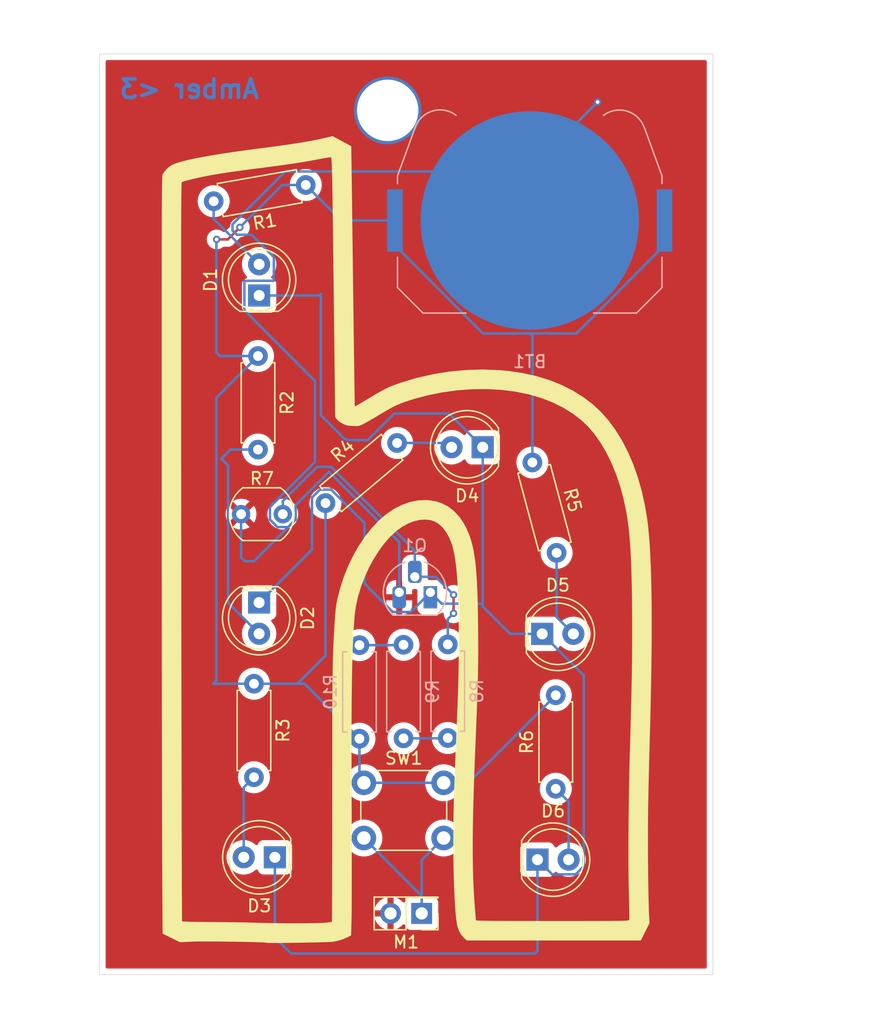
<source format=kicad_pcb>
(kicad_pcb (version 20240108) (generator "pcbnew") (generator_version "8.0")
  (layers (0 "F.Cu" signal) (31 "B.Cu" signal) (34 "B.Paste" user) (35 "F.Paste" user) (36 "B.SilkS" user "B.Silkscreen") (37 "F.SilkS" user "F.Silkscreen") (38 "B.Mask" user) (39 "F.Mask" user) (44 "Edge.Cuts" user))
  (net 0 "")
  (net 1 "Net-(BT1-+)")
  (net 2 "Net-(BT1--)")
  (net 3 "Net-(D1-A)")
  (net 4 "Net-(D1-K)")
  (net 5 "Net-(D2-A)")
  (net 6 "Net-(D3-A)")
  (net 7 "Net-(D4-A)")
  (net 8 "Net-(D5-A)")
  (net 9 "Net-(D6-A)")
  (net 10 "Net-(M1-+)")
  (net 11 "Net-(Q1-B)")
  (net 12 "Net-(R8-Pad1)")
  (net 13 "Net-(R10-Pad1)")
  (footprint "Resistor_THT:R_Axial_DIN0207_L6.3mm_D2.5mm_P7.62mm_Horizontal" (layer "F.Cu") (at 63.42 79.57 90)
    (property "Reference" "R6" (at 3.81 -2.37 90) (layer "F.SilkS"))
    (property "Value" "R")
    (fp_line (start 7.08 -1.37) (end 7.08 -1.04) (stroke (width 0.12)) (layer "F.SilkS"))
    (fp_line (start 0.54 -1.37) (end 7.08 -1.37) (stroke (width 0.12)) (layer "F.SilkS"))
    (fp_line (start 0.54 -1.04) (end 0.54 -1.37) (stroke (width 0.12)) (layer "F.SilkS"))
    (fp_line (start 0.54 1.04) (end 0.54 1.37) (stroke (width 0.12)) (layer "F.SilkS"))
    (fp_line (start 7.08 1.37) (end 7.08 1.04) (stroke (width 0.12)) (layer "F.SilkS"))
    (fp_line (start 0.54 1.37) (end 7.08 1.37) (stroke (width 0.12)) (layer "F.SilkS"))
    (pad "1" thru_hole circle (at 0 0 90) (size 1.6 1.6) (drill 0.8) (layers "*.Cu" "*.Mask") (net 9 "Net-(D6-A)"))
    (pad "2" thru_hole oval (at 7.62 0 90) (size 1.6 1.6) (drill 0.8) (layers "*.Cu" "*.Mask") (net 1 "Net-(BT1-+)"))
  )
  (footprint "Button_Switch_THT:SW_PUSH_6mm" (layer "F.Cu") (at 47.78 79.08)
    (property "Reference" "SW1" (at 3.25 -2 360) (layer "F.SilkS"))
    (property "Value" "SW_Push")
    (fp_line (start -0.25 1.5) (end -0.25 3) (stroke (width 0.12)) (layer "F.SilkS"))
    (fp_line (start 1 5.5) (end 5.5 5.5) (stroke (width 0.12)) (layer "F.SilkS"))
    (fp_line (start 5.5 -1) (end 1 -1) (stroke (width 0.12)) (layer "F.SilkS"))
    (fp_line (start 6.75 3) (end 6.75 1.5) (stroke (width 0.12)) (layer "F.SilkS"))
    (pad "1" thru_hole circle (at 0 0 90) (size 2 2) (drill 1.1) (layers "*.Cu" "*.Mask") (net 1 "Net-(BT1-+)"))
    (pad "1" thru_hole circle (at 6.5 0 90) (size 2 2) (drill 1.1) (layers "*.Cu" "*.Mask") (net 1 "Net-(BT1-+)"))
    (pad "2" thru_hole circle (at 0 4.5 90) (size 2 2) (drill 1.1) (layers "*.Cu" "*.Mask") (net 10 "Net-(M1-+)"))
    (pad "2" thru_hole circle (at 6.5 4.5 90) (size 2 2) (drill 1.1) (layers "*.Cu" "*.Mask") (net 10 "Net-(M1-+)"))
  )
  (footprint "LOGO" (layer "F.Cu") (at 51.24 59.27)
    (property "Reference" "G***" (hide yes))
    (property "Value" "LOGO" (hide yes))
    (fp_poly (pts (xy -5.255358 -32.45602) (xy -5.008317 -32.322425) (xy -4.794084 -32.20646) (xy -4.626938 -32.115862) (xy -4.521157 -32.05837) (xy -4.490198 -32.041342) (xy -4.488789 -31.991862) (xy -4.486203 -31.847539) (xy -4.482503 -31.612935) (xy -4.47775 -31.292614) (xy -4.472004 -30.891136) (xy -4.465326 -30.413066) (xy -4.457778 -29.862965) (xy -4.449421 -29.245395) (xy -4.440315 -28.56492) (xy -4.430523 -27.8261) (xy -4.420104 -27.0335) (xy -4.40912 -26.191681) (xy -4.397632 -25.305205) (xy -4.385701 -24.378636) (xy -4.373388 -23.416535) (xy -4.360754 -22.423464) (xy -4.34842 -21.448336) (xy -4.335502 -20.429735) (xy -4.32278 -19.437646) (xy -4.310321 -18.476637) (xy -4.298187 -17.551277) (xy -4.286443 -16.666136) (xy -4.275153 -15.825781) (xy -4.264382 -15.034781) (xy -4.254193 -14.297706) (xy -4.244652 -13.619124) (xy -4.235821 -13.003602) (xy -4.227765 -12.455711) (xy -4.22055 -11.980019) (xy -4.214237 -11.581094) (xy -4.208893 -11.263506) (xy -4.204581 -11.031822) (xy -4.201365 -10.890612) (xy -4.199376 -10.844416) (xy -4.154496 -10.864614) (xy -4.035854 -10.929925) (xy -3.854656 -11.033852) (xy -3.622106 -11.169895) (xy -3.349408 -11.331557) (xy -3.048787 -11.511725) (xy -2.631941 -11.761297) (xy -2.28276 -11.965833) (xy -1.984853 -12.133374) (xy -1.721827 -12.271963) (xy -1.477289 -12.38964) (xy -1.234848 -12.494447) (xy -0.978112 -12.594427) (xy -0.690689 -12.697621) (xy -0.492136 -12.765975) (xy 0.807671 -13.158675) (xy 2.143214 -13.465211) (xy 3.502029 -13.684198) (xy 4.87165 -13.814253) (xy 6.239614 -13.853992) (xy 7.593454 -13.80203) (xy 8.275427 -13.739667) (xy 9.457948 -13.568131) (xy 10.581756 -13.320395) (xy 11.645287 -12.997072) (xy 12.646981 -12.598776) (xy 13.585277 -12.126122) (xy 14.458612 -11.579723) (xy 15.195946 -11.018622) (xy 15.860805 -10.402643) (xy 16.482861 -9.700572) (xy 17.059895 -8.917069) (xy 17.589687 -8.056793) (xy 18.070017 -7.124404) (xy 18.498666 -6.124562) (xy 18.873414 -5.061927) (xy 19.192041 -3.941159) (xy 19.452328 -2.766917) (xy 19.628463 -1.713364) (xy 19.712464 -1.038846) (xy 19.78573 -0.265533) (xy 19.848263 0.606578) (xy 19.900063 1.577488) (xy 19.941129 2.647203) (xy 19.971461 3.815723) (xy 19.991059 5.083053) (xy 19.999925 6.449196) (xy 19.998056 7.914154) (xy 19.985455 9.47793) (xy 19.962119 11.140528) (xy 19.928051 12.90195) (xy 19.883249 14.7622) (xy 19.858855 15.657534) (xy 19.82757 16.784061) (xy 19.799879 17.82008) (xy 19.775656 18.774427) (xy 19.754773 19.655939) (xy 19.737102 20.47345) (xy 19.722516 21.235797) (xy 19.710887 21.951815) (xy 19.702088 22.630341) (xy 19.695992 23.280209) (xy 19.692469 23.910256) (xy 19.691394 24.529317) (xy 19.692639 25.146228) (xy 19.696075 25.769825) (xy 19.701576 26.408944) (xy 19.702436 26.493542) (xy 19.708961 27.068877) (xy 19.716514 27.636899) (xy 19.72487 28.185972) (xy 19.733801 28.704455) (xy 19.743084 29.18071) (xy 19.752491 29.603099) (xy 19.761799 29.959982) (xy 19.77078 30.23972) (xy 19.778504 30.417888) (xy 19.822505 31.23558) (xy 19.468113 31.946362) (xy 19.113722 32.657143) (xy 12.024329 32.657143) (xy 4.934935 32.657143) (xy 4.715009 32.463557) (xy 4.46253 32.178236) (xy 4.266702 31.822221) (xy 4.153799 31.483813) (xy 4.108286 31.249004) (xy 4.064788 30.923112) (xy 4.023704 30.514457) (xy 3.985434 30.031355) (xy 3.950377 29.482126) (xy 3.918932 28.875087) (xy 3.8915 28.218555) (xy 3.868478 27.520849) (xy 3.850267 26.790287) (xy 3.837267 26.035187) (xy 3.829876 25.263866) (xy 3.828252 24.70411) (xy 3.82873 24.215903) (xy 3.830372 23.754628) (xy 3.833432 23.310902) (xy 3.838165 22.875343) (xy 3.844824 22.438569) (xy 3.853664 21.991199) (xy 3.864938 21.52385) (xy 3.878901 21.027142) (xy 3.895806 20.491691) (xy 3.915907 19.908116) (xy 3.939459 19.267036) (xy 3.966715 18.559069) (xy 3.997929 17.774832) (xy 4.033356 16.904943) (xy 4.050961 16.477691) (xy 4.087689 15.584257) (xy 4.120219 14.780816) (xy 4.148798 14.058046) (xy 4.173678 13.406625) (xy 4.195107 12.817234) (xy 4.213335 12.280551) (xy 4.228611 11.787255) (xy 4.241186 11.328025) (xy 4.251308 10.89354) (xy 4.259226 10.474478) (xy 4.265192 10.061519) (xy 4.269453 9.645342) (xy 4.27226 9.216626) (xy 4.273861 8.766049) (xy 4.274507 8.28429) (xy 4.274553 8.124715) (xy 4.270379 7.006996) (xy 4.257457 5.984096) (xy 4.235472 5.051783) (xy 4.204109 4.205822) (xy 4.163054 3.441979) (xy 4.111991 2.75602) (xy 4.050605 2.14371) (xy 3.978582 1.600816) (xy 3.895607 1.123104) (xy 3.801363 0.706338) (xy 3.696094 0.347945) (xy 3.487325 -0.172475) (xy 3.234905 -0.623381) (xy 2.944219 -0.997541) (xy 2.62065 -1.287722) (xy 2.361528 -1.444964) (xy 1.976266 -1.580556) (xy 1.552093 -1.632092) (xy 1.099241 -1.601932) (xy 0.627946 -1.492436) (xy 0.14844 -1.305964) (xy -0.329041 -1.044874) (xy -0.784241 -0.719618) (xy -1.283037 -0.26548) (xy -1.763993 0.274408) (xy -2.22076 0.88705) (xy -2.646991 1.55945) (xy -3.036338 2.278612) (xy -3.382453 3.03154) (xy -3.678987 3.805239) (xy -3.919593 4.586711) (xy -4.097923 5.362961) (xy -4.207629 6.120993) (xy -4.224919 6.324458) (xy -4.257327 6.796139) (xy -4.287035 7.266832) (xy -4.31413 7.741924) (xy -4.338695 8.226803) (xy -4.360816 8.726856) (xy -4.380576 9.247469) (xy -4.39806 9.79403) (xy -4.413353 10.371927) (xy -4.426539 10.986546) (xy -4.437704 11.643275) (xy -4.446931 12.347501) (xy -4.454305 13.104611) (xy -4.459911 13.919992) (xy -4.463834 14.799031) (xy -4.466157 15.747116) (xy -4.466966 16.769634) (xy -4.466345 17.871973) (xy -4.464378 19.059518) (xy -4.461151 20.337658) (xy -4.458483 21.199804) (xy -4.455674 22.125131) (xy -4.453354 23.038175) (xy -4.45152 23.932594) (xy -4.450166 24.802047) (xy -4.449289 25.640191) (xy -4.448884 26.440683) (xy -4.448948 27.197181) (xy -4.449476 27.903343) (xy -4.450464 28.552827) (xy -4.451907 29.13929) (xy -4.453803 29.656389) (xy -4.456146 30.097783) (xy -4.458932 30.457129) (xy -4.462158 30.728085) (xy -4.464817 30.86762) (xy -4.498435 32.234457) (xy -4.746967 32.370054) (xy -5.212338 32.574418) (xy -5.741226 32.717286) (xy -5.989629 32.759203) (xy -6.101983 32.768883) (xy -6.295672 32.778839) (xy -6.559547 32.788896) (xy -6.882457 32.798884) (xy -7.25325 32.80863) (xy -7.660777 32.817962) (xy -8.093886 32.826709) (xy -8.541427 32.834697) (xy -8.992249 32.841755) (xy -9.435203 32.847711) (xy -9.859136 32.852393) (xy -10.252898 32.855629) (xy -10.60534 32.857246) (xy -10.905309 32.857073) (xy -11.141656 32.854937) (xy -11.30323 32.850667) (xy -11.37888 32.84409) (xy -11.382779 32.842426) (xy -11.442089 32.831398) (xy -11.590354 32.820208) (xy -11.817114 32.809022) (xy -12.111912 32.798004) (xy -12.464291 32.787319) (xy -12.863791 32.777132) (xy -13.299955 32.76761) (xy -13.762324 32.758917) (xy -14.240441 32.751217) (xy -14.723848 32.744678) (xy -15.202085 32.739463) (xy -15.664696 32.735738) (xy -16.101221 32.733668) (xy -16.501204 32.733419) (xy -16.854185 32.735154) (xy -17.149707 32.739041) (xy -17.377312 32.745244) (xy -17.419854 32.747057) (xy -18.461431 32.795687) (xy -19.164579 32.445101) (xy -19.867728 32.094515) (xy -19.899711 27.094518) (xy -19.90175 26.726979) (xy -19.903789 26.263751) (xy -19.905824 25.708555) (xy -19.907849 25.065114) (xy -19.909861 24.337151) (xy -19.911853 23.528388) (xy -19.913821 22.64255) (xy -19.91576 21.683357) (xy -19.917665 20.654533) (xy -19.919532 19.5598) (xy -19.921355 18.402882) (xy -19.92313 17.187501) (xy -19.924852 15.917379) (xy -19.926515 14.59624) (xy -19.928116 13.227806) (xy -19.929648 11.815799) (xy -19.931108 10.363944) (xy -19.93249 8.875961) (xy -19.93379 7.355575) (xy -19.935002 5.806507) (xy -19.936121 4.23248) (xy -19.937144 2.637218) (xy -19.938064 1.024442) (xy -19.938878 -0.602124) (xy -19.939579 -2.238757) (xy -19.940115 -3.727984) (xy -19.940724 -5.651562) (xy -19.94126 -7.478223) (xy -19.941717 -9.210463) (xy -19.942088 -10.850776) (xy -19.942365 -12.401659) (xy -19.942543 -13.865607) (xy -19.942614 -15.245115) (xy -19.942571 -16.54268) (xy -19.942409 -17.760797) (xy -19.94221 -18.542676) (xy -18.357621 -18.542676) (xy -18.357466 -17.415742) (xy -18.357139 -16.214572) (xy -18.356644 -14.936937) (xy -18.355983 -13.580608) (xy -18.35516 -12.143358) (xy -18.354179 -10.622956) (xy -18.353041 -9.017175) (xy -18.351751 -7.323786) (xy -18.350312 -5.54056) (xy -18.348727 -3.665269) (xy -18.346998 -1.695684) (xy -18.345129 0.370425) (xy -18.344549 1.002416) (xy -18.342893 2.726988) (xy -18.341133 4.426882) (xy -18.339273 6.099388) (xy -18.337321 7.741793) (xy -18.335282 9.351388) (xy -18.333163 10.92546) (xy -18.330969 12.461299) (xy -18.328706 13.956194) (xy -18.326381 15.407434) (xy -18.324 16.812307) (xy -18.321568 18.168103) (xy -18.319093 19.472111) (xy -18.316579 20.721619) (xy -18.314033 21.913916) (xy -18.311461 23.046292) (xy -18.308869 24.116035) (xy -18.306263 25.120435) (xy -18.30365 26.05678) (xy -18.301035 26.922358) (xy -18.298424 27.714461) (xy -18.295824 28.430375) (xy -18.29324 29.06739) (xy -18.290679 29.622795) (xy -18.288146 30.093879) (xy -18.285649 30.477931) (xy -18.283192 30.77224) (xy -18.280782 30.974094) (xy -18.278425 31.080784) (xy -18.277115 31.097969) (xy -18.221002 31.106057) (xy -18.075118 31.114157) (xy -17.849108 31.12206) (xy -17.552614 31.129559) (xy -17.195278 31.136448) (xy -16.786744 31.142519) (xy -16.336654 31.147565) (xy -15.854651 31.151378) (xy -15.766939 31.151908) (xy -15.238143 31.155714) (xy -14.704911 31.160965) (xy -14.182477 31.167415) (xy -13.686076 31.17482) (xy -13.230945 31.182936) (xy -12.832318 31.191519) (xy -12.50543 31.200322) (xy -12.302349 31.207504) (xy -11.931596 31.220454) (xy -11.499858 31.231355) (xy -11.020953 31.240185) (xy -10.508698 31.246926) (xy -9.97691 31.251557) (xy -9.439407 31.254058) (xy -8.910005 31.254408) (xy -8.402522 31.252588) (xy -7.930776 31.248577) (xy -7.508584 31.242356) (xy -7.149764 31.233904) (xy -6.868131 31.223201) (xy -6.740766 31.215605) (xy -6.4983 31.195801) (xy -6.293028 31.175132) (xy -6.144617 31.155862) (xy -6.072736 31.140255) (xy -6.069729 31.13833) (xy -6.066768 31.086397) (xy -6.063885 30.939688) (xy -6.061095 30.702839) (xy -6.05841 30.380485) (xy -6.055846 29.977262) (xy -6.053414 29.497807) (xy -6.051129 28.946755) (xy -6.049004 28.328744) (xy -6.047054 27.648408) (xy -6.045291 26.910384) (xy -6.043729 26.119309) (xy -6.042382 25.279818) (xy -6.041263 24.396547) (xy -6.040387 23.474132) (xy -6.039766 22.51721) (xy -6.039414 21.530417) (xy -6.039335 20.785561) (xy -6.0393 19.561511) (xy -6.039147 18.431728) (xy -6.038803 17.391067) (xy -6.038197 16.434382) (xy -6.037256 15.556528) (xy -6.035907 14.752358) (xy -6.034079 14.016727) (xy -6.031699 13.34449) (xy -6.028695 12.7305) (xy -6.024994 12.169613) (xy -6.020524 11.656682) (xy -6.015214 11.186563) (xy -6.00899 10.754108) (xy -6.001781 10.354174) (xy -5.993513 9.981613) (xy -5.984116 9.631281) (xy -5.973516 9.298031) (xy -5.961641 8.976719) (xy -5.948419 8.662198) (xy -5.933778 8.349324) (xy -5.917645 8.032949) (xy -5.899948 7.707929) (xy -5.880615 7.369118) (xy -5.859574 7.011371) (xy -5.8416 6.710372) (xy -5.808138 6.212634) (xy -5.771615 5.795662) (xy -5.729945 5.440814) (xy -5.681043 5.129448) (xy -5.64286 4.934305) (xy -5.407387 3.989516) (xy -5.10761 3.064799) (xy -4.749005 2.16967) (xy -4.33705 1.313645) (xy -3.877222 0.506241) (xy -3.374999 -0.243025) (xy -2.835856 -0.924637) (xy -2.265271 -1.529078) (xy -1.668722 -2.046832) (xy -1.590607 -2.106482) (xy -0.967941 -2.521918) (xy -0.332808 -2.842204) (xy 0.311738 -3.066332) (xy 0.962644 -3.193292) (xy 1.616858 -3.222076) (xy 1.76441 -3.214906) (xy 2.352963 -3.129233) (xy 2.901644 -2.953277) (xy 3.407926 -2.688886) (xy 3.869283 -2.337907) (xy 4.283186 -1.90219) (xy 4.64711 -1.383584) (xy 4.892768 -0.926662) (xy 5.036783 -0.605752) (xy 5.166015 -0.274023) (xy 5.281247 0.075201) (xy 5.383261 0.448595) (xy 5.47284 0.852837) (xy 5.550768 1.294602) (xy 5.617827 1.780566) (xy 5.674799 2.317405) (xy 5.722467 2.911795) (xy 5.761615 3.570412) (xy 5.793025 4.299933) (xy 5.817479 5.107033) (xy 5.835761 5.998389) (xy 5.848653 6.980675) (xy 5.85118 7.247348) (xy 5.85574 7.826834) (xy 5.858663 8.368408) (xy 5.859728 8.881757) (xy 5.858717 9.376571) (xy 5.855411 9.862537) (xy 5.849589 10.349344) (xy 5.841034 10.84668) (xy 5.829525 11.364233) (xy 5.814844 11.911691) (xy 5.796771 12.498742) (xy 5.775087 13.135076) (xy 5.749572 13.830379) (xy 5.720009 14.594341) (xy 5.686176 15.436649) (xy 5.647856 16.366992) (xy 5.64118 16.527397) (xy 5.585649 17.904052) (xy 5.537824 19.187749) (xy 5.497682 20.384643) (xy 5.465202 21.500887) (xy 5.440361 22.542638) (xy 5.423138 23.516049) (xy 5.413511 24.427274) (xy 5.411457 25.282469) (xy 5.416955 26.087787) (xy 5.429984 26.849383) (xy 5.45052 27.573412) (xy 5.478543 28.266028) (xy 5.514029 28.933385) (xy 5.556958 29.581638) (xy 5.593015 30.046721) (xy 5.616648 30.337417) (xy 5.637127 30.595726) (xy 5.653137 30.804538) (xy 5.663364 30.946742) (xy 5.666536 31.00357) (xy 5.683603 31.013125) (xy 5.737759 31.021722) (xy 5.833433 31.029403) (xy 5.975055 31.036215) (xy 6.167055 31.042202) (xy 6.413861 31.047409) (xy 6.719904 31.05188) (xy 7.089614 31.05566) (xy 7.52742 31.058794) (xy 8.037753 31.061327) (xy 8.62504 31.063303) (xy 9.293713 31.064767) (xy 10.048202 31.065764) (xy 10.892934 31.066339) (xy 11.832342 31.066536) (xy 11.901347 31.066536) (xy 12.816737 31.06652) (xy 13.637865 31.066416) (xy 14.369882 31.066142) (xy 15.01794 31.065615) (xy 15.587189 31.064751) (xy 16.082781 31.06347) (xy 16.509867 31.061687) (xy 16.873597 31.059321) (xy 17.179123 31.056288) (xy 17.431596 31.052506) (xy 17.636167 31.047892) (xy 17.797987 31.042364) (xy 17.922207 31.035838) (xy 18.013978 31.028233) (xy 18.078452 31.019465) (xy 18.120779 31.009452) (xy 18.146111 30.99811) (xy 18.159599 30.985359) (xy 18.166393 30.971113) (xy 18.168084 30.965943) (xy 18.173646 30.895227) (xy 18.175878 30.736517) (xy 18.174939 30.501172) (xy 18.170989 30.200548) (xy 18.164185 29.846005) (xy 18.154687 29.4489) (xy 18.142653 29.020591) (xy 18.139441 28.915552) (xy 18.125006 28.345028) (xy 18.114127 27.685947) (xy 18.106733 26.949097) (xy 18.102754 26.145266) (xy 18.102119 25.285244) (xy 18.104758 24.37982) (xy 18.1106 23.439782) (xy 18.119575 22.475919) (xy 18.131612 21.499021) (xy 18.146642 20.519875) (xy 18.164592 19.549272) (xy 18.185394 18.598) (xy 18.208976 17.676847) (xy 18.214034 17.496673) (xy 18.242326 16.499296) (xy 18.267682 15.592738) (xy 18.29026 14.768454) (xy 18.310217 14.017899) (xy 18.327711 13.332528) (xy 18.342901 12.703794) (xy 18.355942 12.123154) (xy 18.366993 11.582061) (xy 18.376212 11.07197) (xy 18.383756 10.584337) (xy 18.389782 10.110615) (xy 18.394449 9.642259) (xy 18.397914 9.170724) (xy 18.400335 8.687465) (xy 18.401868 8.183936) (xy 18.402672 7.651592) (xy 18.402886 7.257143) (xy 18.400399 6.057833) (xy 18.39218 4.951967) (xy 18.377932 3.933725) (xy 18.357364 2.997285) (xy 18.330179 2.136829) (xy 18.296085 1.346535) (xy 18.254786 0.620585) (xy 18.205989 -0.046844) (xy 18.149399 -0.661571) (xy 18.084722 -1.229415) (xy 18.011664 -1.756199) (xy 17.929931 -2.247741) (xy 17.919546 -2.304526) (xy 17.691379 -3.37057) (xy 17.410156 -4.392358) (xy 17.07906 -5.363388) (xy 16.701275 -6.277158) (xy 16.279984 -7.127167) (xy 15.81837 -7.906914) (xy 15.319617 -8.609897) (xy 14.786907 -9.229615) (xy 14.301987 -9.6928) (xy 13.595357 -10.240219) (xy 12.813477 -10.728031) (xy 11.963019 -11.152941) (xy 11.050659 -11.511657) (xy 10.08307 -11.800884) (xy 9.976126 -11.827681) (xy 8.886092 -12.049484) (xy 7.747903 -12.192846) (xy 6.573657 -12.258398) (xy 5.375452 -12.246772) (xy 4.165385 -12.158599) (xy 2.955556 -11.994509) (xy 1.758062 -11.755136) (xy 0.585001 -11.44111) (xy 0.192869 -11.317115) (xy -0.134737 -11.206169) (xy -0.423421 -11.099863) (xy -0.691361 -10.989396) (xy -0.956737 -10.865962) (xy -1.237725 -10.72076) (xy -1.552504 -10.544985) (xy -1.919254 -10.329834) (xy -2.223696 -10.146814) (xy -2.529061 -9.964) (xy -2.826841 -9.789312) (xy -3.099662 -9.632671) (xy -3.330151 -9.504001) (xy -3.500934 -9.413225) (xy -3.552226 -9.38806) (xy -3.711964 -9.316529) (xy -3.840395 -9.272648) (xy -3.969999 -9.251061) (xy -4.133255 -9.24641) (xy -4.362642 -9.253341) (xy -4.367819 -9.253548) (xy -4.612454 -9.267246) (xy -4.793013 -9.290408) (xy -4.94482 -9.330896) (xy -5.103199 -9.396569) (xy -5.183016 -9.43495) (xy -5.413952 -9.569401) (xy -5.596759 -9.71634) (xy -5.655588 -9.78148) (xy -5.799364 -9.966145) (xy -5.907549 -19.112133) (xy -5.922843 -20.402501) (xy -5.937089 -21.597149) (xy -5.95036 -22.699766) (xy -5.96273 -23.714038) (xy -5.974275 -24.643654) (xy -5.985068 -25.492301) (xy -5.995184 -26.263665) (xy -6.004697 -26.961435) (xy -6.013682 -27.589298) (xy -6.022212 -28.150942) (xy -6.030364 -28.650053) (xy -6.038209 -29.090319) (xy -6.045825 -29.475429) (xy -6.053283 -29.809068) (xy -6.06066 -30.094925) (xy -6.068029 -30.336687) (xy -6.075464 -30.538042) (xy -6.083041 -30.702677) (xy -6.090834 -30.834279) (xy -6.098916 -30.936535) (xy -6.107362 -31.013134) (xy -6.116247 -31.067763) (xy -6.125645 -31.104109) (xy -6.135631 -31.12586) (xy -6.146278 -31.136702) (xy -6.150163 -31.138598) (xy -6.22041 -31.138179) (xy -6.370593 -31.119909) (xy -6.583381 -31.08647) (xy -6.84144 -31.040546) (xy -7.074966 -30.995397) (xy -7.525474 -30.908272) (xy -7.996979 -30.823288) (xy -8.500738 -30.73873) (xy -9.048009 -30.652882) (xy -9.650047 -30.564031) (xy -10.318112 -30.47046) (xy -11.063458 -30.370454) (xy -11.830137 -30.270903) (xy -12.58128 -30.173787) (xy -13.244166 -30.086159) (xy -13.829336 -30.006478) (xy -14.347333 -29.933203) (xy -14.808698 -29.864793) (xy -15.223974 -29.799709) (xy -15.603702 -29.736408) (xy -15.958425 -29.67335) (xy -16.104893 -29.646115) (xy -16.45353 -29.577713) (xy -16.809887 -29.502932) (xy -17.159369 -29.425316) (xy -17.48738 -29.348407) (xy -17.779326 -29.27575) (xy -18.020612 -29.210887) (xy -18.196643 -29.157363) (xy -18.292823 -29.118722) (xy -18.301586 -29.112766) (xy -18.306504 -29.098901) (xy -18.311174 -29.064287) (xy -18.315599 -29.006697) (xy -18.319783 -28.923901) (xy -18.323729 -28.813671) (xy -18.327439 -28.673778) (xy -18.330917 -28.501993) (xy -18.334166 -28.296089) (xy -18.33719 -28.053835) (xy -18.339991 -27.773004) (xy -18.342572 -27.451367) (xy -18.344938 -27.086695) (xy -18.347091 -26.676759) (xy -18.349033 -26.219331) (xy -18.350769 -25.712182) (xy -18.352302 -25.153084) (xy -18.353634 -24.539808) (xy -18.35477 -23.870124) (xy -18.355711 -23.141806) (xy -18.356462 -22.352623) (xy -18.357025 -21.500347) (xy -18.357404 -20.582749) (xy -18.357602 -19.597602) (xy -18.357621 -18.542676) (xy -19.94221 -18.542676) (xy -19.942119 -18.901961) (xy -19.941696 -19.968668) (xy -19.941132 -20.963415) (xy -19.940422 -21.888695) (xy -19.939557 -22.747005) (xy -19.938531 -23.540841) (xy -19.937339 -24.272698) (xy -19.935971 -24.945072) (xy -19.934423 -25.560458) (xy -19.932687 -26.121352) (xy -19.930757 -26.63025) (xy -19.928625 -27.089647) (xy -19.926286 -27.502038) (xy -19.923731 -27.86992) (xy -19.920955 -28.195788) (xy -19.91795 -28.482137) (xy -19.914711 -28.731463) (xy -19.911229 -28.946262) (xy -19.907499 -29.12903) (xy -19.903514 -29.282261) (xy -19.899266 -29.408452) (xy -19.894749 -29.510098) (xy -19.889957 -29.589695) (xy -19.884883 -29.649739) (xy -19.879519 -29.692724) (xy -19.873859 -29.721147) (xy -19.869643 -29.733887) (xy -19.734547 -29.959829) (xy -19.533239 -30.188406) (xy -19.293984 -30.39132) (xy -19.08202 -30.52242) (xy -18.803545 -30.639974) (xy -18.426023 -30.761479) (xy -17.94942 -30.886943) (xy -17.373705 -31.016371) (xy -16.698844 -31.149769) (xy -15.924804 -31.287144) (xy -15.051555 -31.428502) (xy -14.079062 -31.57385) (xy -13.007293 -31.723192) (xy -12.153229 -31.835897) (xy -11.325555 -31.943939) (xy -10.587006 -32.042968) (xy -9.927857 -32.134551) (xy -9.338383 -32.220255) (xy -8.808862 -32.301644) (xy -8.329569 -32.380287) (xy -7.890779 -32.457749) (xy -7.48277 -32.535596) (xy -7.095815 -32.615395) (xy -6.720193 -32.698713) (xy -6.547726 -32.738842) (xy -6.012281 -32.865166)) (fill solid) (layer "F.SilkS"))
  )
  (footprint "Resistor_THT:R_Axial_DIN0207_L6.3mm_D2.5mm_P7.62mm_Horizontal" (layer "F.Cu") (at 43.042118 30.388401 -170)
    (property "Reference" "R1" (at 3.81 -2.37 10) (layer "F.SilkS"))
    (property "Value" "R")
    (fp_line (start 7.08 1.37) (end 7.08 1.04) (stroke (width 0.12)) (layer "F.SilkS"))
    (fp_line (start 7.08 -1.37) (end 7.08 -1.04) (stroke (width 0.12)) (layer "F.SilkS"))
    (fp_line (start 0.54 1.37) (end 7.08 1.37) (stroke (width 0.12)) (layer "F.SilkS"))
    (fp_line (start 0.54 1.04) (end 0.54 1.37) (stroke (width 0.12)) (layer "F.SilkS"))
    (fp_line (start 0.54 -1.04) (end 0.54 -1.37) (stroke (width 0.12)) (layer "F.SilkS"))
    (fp_line (start 0.54 -1.37) (end 7.08 -1.37) (stroke (width 0.12)) (layer "F.SilkS"))
    (pad "1" thru_hole circle (at 0 0 190) (size 1.6 1.6) (drill 0.8) (layers "*.Cu" "*.Mask") (net 1 "Net-(BT1-+)"))
    (pad "2" thru_hole oval (at 7.62 0 190) (size 1.6 1.6) (drill 0.8) (layers "*.Cu" "*.Mask") (net 3 "Net-(D1-A)"))
  )
  (footprint "LED_THT:LED_D5.0mm" (layer "F.Cu") (at 39.24 64.4 -90)
    (property "Reference" "D2" (at 1.27 -3.96 90) (layer "F.SilkS"))
    (property "Value" "LED")
    (fp_line (start -1.29 -1.545) (end -1.29 1.545) (stroke (width 0.12)) (layer "F.SilkS"))
    (fp_arc (start 4.26 0.000048) (mid 2.071756 2.880501) (end -1.29 1.54483) (stroke (width 0.12)) (layer "F.SilkS"))
    (fp_arc (start -1.29 -1.54483) (mid 2.071756 -2.880501) (end 4.26 -0.000048) (stroke (width 0.12)) (layer "F.SilkS"))
    (fp_circle (center 1.27 0) (end 3.77 0) (stroke (width 0.12)) (fill none) (layer "F.SilkS"))
    (pad "1" thru_hole rect (at 0 0 270) (size 1.8 1.8) (drill 0.9) (layers "*.Cu" "*.Mask") (net 4 "Net-(D1-K)"))
    (pad "2" thru_hole circle (at 2.54 0 270) (size 1.8 1.8) (drill 0.9) (layers "*.Cu" "*.Mask") (net 5 "Net-(D2-A)"))
  )
  (footprint "LED_THT:LED_D5.0mm" (layer "F.Cu") (at 61.93 85.34)
    (property "Reference" "D6" (at 1.27 -3.96 0) (layer "F.SilkS"))
    (property "Value" "LED")
    (fp_line (start -1.29 -1.545) (end -1.29 1.545) (stroke (width 0.12)) (layer "F.SilkS"))
    (fp_arc (start -1.29 -1.54483) (mid 2.071756 -2.880501) (end 4.26 -0.000048) (stroke (width 0.12)) (layer "F.SilkS"))
    (fp_arc (start 4.26 0.000048) (mid 2.071756 2.880501) (end -1.29 1.54483) (stroke (width 0.12)) (layer "F.SilkS"))
    (fp_circle (center 1.27 0) (end 3.77 0) (stroke (width 0.12)) (fill none) (layer "F.SilkS"))
    (pad "1" thru_hole rect (at 0 0) (size 1.8 1.8) (drill 0.9) (layers "*.Cu" "*.Mask") (net 4 "Net-(D1-K)"))
    (pad "2" thru_hole circle (at 2.54 0) (size 1.8 1.8) (drill 0.9) (layers "*.Cu" "*.Mask") (net 9 "Net-(D6-A)"))
  )
  (footprint "Resistor_THT:R_Axial_DIN0207_L6.3mm_D2.5mm_P7.62mm_Horizontal" (layer "F.Cu") (at 44.651371 56.299021 40)
    (property "Reference" "R4" (at 3.81 -2.37 40) (layer "F.SilkS"))
    (property "Value" "R")
    (fp_line (start 0.54 -1.37) (end 7.08 -1.37) (stroke (width 0.12)) (layer "F.SilkS"))
    (fp_line (start 0.54 -1.04) (end 0.54 -1.37) (stroke (width 0.12)) (layer "F.SilkS"))
    (fp_line (start 0.54 1.04) (end 0.54 1.37) (stroke (width 0.12)) (layer "F.SilkS"))
    (fp_line (start 0.54 1.37) (end 7.08 1.370001) (stroke (width 0.12)) (layer "F.SilkS"))
    (fp_line (start 7.08 -1.37) (end 7.08 -1.039999) (stroke (width 0.12)) (layer "F.SilkS"))
    (fp_line (start 7.08 1.370001) (end 7.08 1.04) (stroke (width 0.12)) (layer "F.SilkS"))
    (pad "1" thru_hole circle (at 0 0 40) (size 1.6 1.6) (drill 0.8) (layers "*.Cu" "*.Mask") (net 1 "Net-(BT1-+)"))
    (pad "2" thru_hole oval (at 7.620001 0 40) (size 1.6 1.6) (drill 0.8) (layers "*.Cu" "*.Mask") (net 7 "Net-(D4-A)"))
  )
  (footprint "Connector_PinHeader_2.54mm:PinHeader_2x01_P2.54mm_Vertical" (layer "F.Cu") (at 52.49 89.72 180)
    (property "Reference" "M1" (at 1.27 -2.33 360) (layer "F.SilkS"))
    (property "Value" "Motor_DC")
    (fp_line (start 3.87 -1.33) (end 3.87 1.33) (stroke (width 0.12)) (layer "F.SilkS"))
    (fp_line (start 1.27 1.27) (end 1.27 -1.33) (stroke (width 0.12)) (layer "F.SilkS"))
    (fp_line (start 1.27 -1.33) (end 3.87 -1.33) (stroke (width 0.12)) (layer "F.SilkS"))
    (fp_line (start -1.33 1.33) (end 3.87 1.33) (stroke (width 0.12)) (layer "F.SilkS"))
    (fp_line (start -1.33 1.27) (end 1.27 1.27) (stroke (width 0.12)) (layer "F.SilkS"))
    (fp_line (start -1.33 1.27) (end -1.33 1.33) (stroke (width 0.12)) (layer "F.SilkS"))
    (fp_line (start -1.33 0) (end -1.33 -1.33) (stroke (width 0.12)) (layer "F.SilkS"))
    (fp_line (start -1.33 -1.33) (end 0 -1.33) (stroke (width 0.12)) (layer "F.SilkS"))
    (pad "1" thru_hole rect (at 0 0 180) (size 1.7 1.7) (drill 1) (layers "*.Cu" "*.Mask") (net 10 "Net-(M1-+)"))
    (pad "2" thru_hole oval (at 2.54 0 180) (size 1.7 1.7) (drill 1) (layers "*.Cu" "*.Mask") (net 2 "Net-(BT1--)"))
  )
  (footprint "OptoDevice:R_LDR_5.1x4.3mm_P3.4mm_Vertical" (layer "F.Cu") (at 37.77 57.2)
    (property "Reference" "R7" (at 1.7 -2.9 360) (layer "F.SilkS"))
    (property "Value" "R_Photo")
    (fp_line (start 0.15 -2.15) (end 3.2 -2.15) (stroke (width 0.12)) (layer "F.SilkS"))
    (fp_line (start 0.15 2.15) (end 3.2 2.15) (stroke (width 0.12)) (layer "F.SilkS"))
    (fp_arc (start 0.15 2.15) (mid -0.950438 -0.013368) (end 0.171766 -2.165525) (stroke (width 0.12)) (layer "F.SilkS"))
    (fp_arc (start 3.2 -2.15) (mid 4.321403 -0.027338) (end 3.244513 2.118249) (stroke (width 0.12)) (layer "F.SilkS"))
    (pad "1" thru_hole circle (at 0 0) (size 1.5 1.5) (drill 0.8) (layers "*.Cu" "*.Mask") (net 2 "Net-(BT1--)"))
    (pad "2" thru_hole circle (at 3.4 0) (size 1.5 1.5) (drill 0.8) (layers "*.Cu" "*.Mask") (net 11 "Net-(Q1-B)"))
  )
  (footprint "LED_THT:LED_D5.0mm" (layer "F.Cu") (at 57.465 51.75 180)
    (property "Reference" "D4" (at 1.27 -3.96 360) (layer "F.SilkS"))
    (property "Value" "LED")
    (fp_line (start -1.29 -1.545) (end -1.29 1.545) (stroke (width 0.12)) (layer "F.SilkS"))
    (fp_arc (start 4.26 0.000048) (mid 2.071756 2.880501) (end -1.29 1.54483) (stroke (width 0.12)) (layer "F.SilkS"))
    (fp_arc (start -1.29 -1.54483) (mid 2.071756 -2.880501) (end 4.26 -0.000048) (stroke (width 0.12)) (layer "F.SilkS"))
    (fp_circle (center 1.27 0) (end 3.77 0) (stroke (width 0.12)) (fill none) (layer "F.SilkS"))
    (pad "1" thru_hole rect (at 0 0 180) (size 1.8 1.8) (drill 0.9) (layers "*.Cu" "*.Mask") (net 4 "Net-(D1-K)"))
    (pad "2" thru_hole circle (at 2.54 0 180) (size 1.8 1.8) (drill 0.9) (layers "*.Cu" "*.Mask") (net 7 "Net-(D4-A)"))
  )
  (footprint "Resistor_THT:R_Axial_DIN0207_L6.3mm_D2.5mm_P7.62mm_Horizontal" (layer "F.Cu") (at 38.82 71.01 -90)
    (property "Reference" "R3" (at 3.81 -2.37 90) (layer "F.SilkS"))
    (property "Value" "R")
    (fp_line (start 0.54 1.37) (end 7.08 1.37) (stroke (width 0.12)) (layer "F.SilkS"))
    (fp_line (start 7.08 1.37) (end 7.08 1.04) (stroke (width 0.12)) (layer "F.SilkS"))
    (fp_line (start 0.54 1.04) (end 0.54 1.37) (stroke (width 0.12)) (layer "F.SilkS"))
    (fp_line (start 0.54 -1.04) (end 0.54 -1.37) (stroke (width 0.12)) (layer "F.SilkS"))
    (fp_line (start 0.54 -1.37) (end 7.08 -1.37) (stroke (width 0.12)) (layer "F.SilkS"))
    (fp_line (start 7.08 -1.37) (end 7.08 -1.04) (stroke (width 0.12)) (layer "F.SilkS"))
    (pad "1" thru_hole circle (at 0 0 270) (size 1.6 1.6) (drill 0.8) (layers "*.Cu" "*.Mask") (net 1 "Net-(BT1-+)"))
    (pad "2" thru_hole oval (at 7.62 0 270) (size 1.6 1.6) (drill 0.8) (layers "*.Cu" "*.Mask") (net 6 "Net-(D3-A)"))
  )
  (footprint "LED_THT:LED_D5.0mm" (layer "F.Cu") (at 40.525 85.15 180)
    (property "Reference" "D3" (at 1.27 -3.96 360) (layer "F.SilkS"))
    (property "Value" "LED")
    (fp_line (start -1.29 -1.545) (end -1.29 1.545) (stroke (width 0.12)) (layer "F.SilkS"))
    (fp_arc (start 4.26 0.000048) (mid 2.071756 2.880501) (end -1.29 1.54483) (stroke (width 0.12)) (layer "F.SilkS"))
    (fp_arc (start -1.29 -1.54483) (mid 2.071756 -2.880501) (end 4.26 -0.000048) (stroke (width 0.12)) (layer "F.SilkS"))
    (fp_circle (center 1.27 0) (end 3.77 0) (stroke (width 0.12)) (fill none) (layer "F.SilkS"))
    (pad "1" thru_hole rect (at 0 0 180) (size 1.8 1.8) (drill 0.9) (layers "*.Cu" "*.Mask") (net 4 "Net-(D1-K)"))
    (pad "2" thru_hole circle (at 2.54 0 180) (size 1.8 1.8) (drill 0.9) (layers "*.Cu" "*.Mask") (net 6 "Net-(D3-A)"))
  )
  (footprint "LED_THT:LED_D5.0mm" (layer "F.Cu") (at 39.24 39.39 90)
    (property "Reference" "D1" (at 1.27 -3.96 90) (layer "F.SilkS"))
    (property "Value" "LED")
    (fp_line (start -1.29 -1.545) (end -1.29 1.545) (stroke (width 0.12)) (layer "F.SilkS"))
    (fp_arc (start -1.29 -1.54483) (mid 2.071756 -2.880501) (end 4.26 -0.000048) (stroke (width 0.12)) (layer "F.SilkS"))
    (fp_arc (start 4.26 0.000048) (mid 2.071756 2.880501) (end -1.29 1.54483) (stroke (width 0.12)) (layer "F.SilkS"))
    (fp_circle (center 1.27 0) (end 3.77 0) (stroke (width 0.12)) (fill none) (layer "F.SilkS"))
    (pad "1" thru_hole rect (at 0 0 90) (size 1.8 1.8) (drill 0.9) (layers "*.Cu" "*.Mask") (net 4 "Net-(D1-K)"))
    (pad "2" thru_hole circle (at 2.54 0 90) (size 1.8 1.8) (drill 0.9) (layers "*.Cu" "*.Mask") (net 3 "Net-(D1-A)"))
  )
  (footprint "Resistor_THT:R_Axial_DIN0207_L6.3mm_D2.5mm_P7.62mm_Horizontal" (layer "F.Cu") (at 61.515 52.990443 -75)
    (property "Reference" "R5" (at 3.810001 -2.369999 105) (layer "F.SilkS"))
    (property "Value" "R")
    (fp_line (start 0.54 1.37) (end 7.08 1.37) (stroke (width 0.12)) (layer "F.SilkS"))
    (fp_line (start 0.54 1.04) (end 0.54 1.37) (stroke (width 0.12)) (layer "F.SilkS"))
    (fp_line (start 7.08 1.37) (end 7.08 1.039999) (stroke (width 0.12)) (layer "F.SilkS"))
    (fp_line (start 0.54 -1.04) (end 0.539999 -1.370001) (stroke (width 0.12)) (layer "F.SilkS"))
    (fp_line (start 0.539999 -1.370001) (end 7.08 -1.369998) (stroke (width 0.12)) (layer "F.SilkS"))
    (fp_line (start 7.08 -1.369998) (end 7.08 -1.039999) (stroke (width 0.12)) (layer "F.SilkS"))
    (pad "1" thru_hole circle (at 0 0 285) (size 1.6 1.6) (drill 0.8) (layers "*.Cu" "*.Mask") (net 1 "Net-(BT1-+)"))
    (pad "2" thru_hole oval (at 7.62 0 285) (size 1.6 1.6) (drill 0.8) (layers "*.Cu" "*.Mask") (net 8 "Net-(D5-A)"))
  )
  (footprint "LED_THT:LED_D5.0mm" (layer "F.Cu") (at 62.315 66.95)
    (property "Reference" "D5" (at 1.27 -3.96 0) (layer "F.SilkS"))
    (property "Value" "LED")
    (fp_line (start -1.29 -1.545) (end -1.29 1.545) (stroke (width 0.12)) (layer "F.SilkS"))
    (fp_arc (start -1.29 -1.54483) (mid 2.071756 -2.880501) (end 4.26 -0.000048) (stroke (width 0.12)) (layer "F.SilkS"))
    (fp_arc (start 4.26 0.000048) (mid 2.071756 2.880501) (end -1.29 1.54483) (stroke (width 0.12)) (layer "F.SilkS"))
    (fp_circle (center 1.27 0) (end 3.77 0) (stroke (width 0.12)) (fill none) (layer "F.SilkS"))
    (pad "1" thru_hole rect (at 0 0) (size 1.8 1.8) (drill 0.9) (layers "*.Cu" "*.Mask") (net 4 "Net-(D1-K)"))
    (pad "2" thru_hole circle (at 2.54 0) (size 1.8 1.8) (drill 0.9) (layers "*.Cu" "*.Mask") (net 8 "Net-(D5-A)"))
  )
  (footprint "Resistor_THT:R_Axial_DIN0207_L6.3mm_D2.5mm_P7.62mm_Horizontal" (layer "F.Cu") (at 39.15 44.32 -90)
    (property "Reference" "R2" (at 3.81 -2.37 90) (layer "F.SilkS"))
    (property "Value" "R")
    (fp_line (start 0.54 1.37) (end 7.08 1.37) (stroke (width 0.12)) (layer "F.SilkS"))
    (fp_line (start 7.08 1.37) (end 7.08 1.04) (stroke (width 0.12)) (layer "F.SilkS"))
    (fp_line (start 0.54 1.04) (end 0.54 1.37) (stroke (width 0.12)) (layer "F.SilkS"))
    (fp_line (start 0.54 -1.04) (end 0.54 -1.37) (stroke (width 0.12)) (layer "F.SilkS"))
    (fp_line (start 0.54 -1.37) (end 7.08 -1.37) (stroke (width 0.12)) (layer "F.SilkS"))
    (fp_line (start 7.08 -1.37) (end 7.08 -1.04) (stroke (width 0.12)) (layer "F.SilkS"))
    (pad "1" thru_hole circle (at 0 0 270) (size 1.6 1.6) (drill 0.8) (layers "*.Cu" "*.Mask") (net 1 "Net-(BT1-+)"))
    (pad "2" thru_hole oval (at 7.62 0 270) (size 1.6 1.6) (drill 0.8) (layers "*.Cu" "*.Mask") (net 5 "Net-(D2-A)"))
  )
  (footprint "Package_TO_SOT_THT:TO-92L_HandSolder" (layer "B.Cu") (at 53.2 63.57 180)
    (property "Reference" "Q1" (at 1.27 3.8 360) (layer "B.SilkS") (effects (justify mirror)))
    (property "Value" "NPN")
    (fp_line (start 3.07 -1.85) (end -0.53 -1.85) (stroke (width 0.12)) (layer "B.SilkS"))
    (fp_arc (start 3.078445 -1.827684) (mid 3.769932 0.601036) (end 2.05 2.45) (stroke (width 0.12)) (layer "B.SilkS"))
    (fp_arc (start 0.45 2.45) (mid -1.247297 0.581475) (end -0.541453 -1.842156) (stroke (width 0.12)) (layer "B.SilkS"))
    (pad "1" thru_hole rect (at 0 0 180) (size 1.1 1.8) (drill 0.75 (offset 0 -0.4)) (layers "*.Cu" "*.Mask") (net 4 "Net-(D1-K)"))
    (pad "2" thru_hole roundrect (at 1.27 1.27 180) (size 1.1 1.8) (drill 0.75 (offset 0 0.4)) (layers "*.Cu" "*.Mask") (net 11 "Net-(Q1-B)"))
    (pad "3" thru_hole roundrect (at 2.54 0 180) (size 1.1 1.8) (drill 0.75 (offset 0 -0.4)) (layers "*.Cu" "*.Mask") (net 2 "Net-(BT1--)"))
  )
  (footprint "Resistor_THT:R_Axial_DIN0207_L6.3mm_D2.5mm_P7.62mm_Horizontal" (layer "B.Cu") (at 51.01 75.46 90)
    (property "Reference" "R9" (at 3.81 2.37 90) (layer "B.SilkS") (effects (justify mirror)))
    (property "Value" "R")
    (fp_line (start 7.08 -1.37) (end 0.54 -1.37) (stroke (width 0.12)) (layer "B.SilkS"))
    (fp_line (start 0.54 -1.37) (end 0.54 -1.04) (stroke (width 0.12)) (layer "B.SilkS"))
    (fp_line (start 7.08 -1.04) (end 7.08 -1.37) (stroke (width 0.12)) (layer "B.SilkS"))
    (fp_line (start 7.08 1.04) (end 7.08 1.37) (stroke (width 0.12)) (layer "B.SilkS"))
    (fp_line (start 7.08 1.37) (end 0.54 1.37) (stroke (width 0.12)) (layer "B.SilkS"))
    (fp_line (start 0.54 1.37) (end 0.54 1.04) (stroke (width 0.12)) (layer "B.SilkS"))
    (pad "1" thru_hole circle (at 0 0 90) (size 1.6 1.6) (drill 0.8) (layers "*.Cu" "*.Mask") (net 12 "Net-(R8-Pad1)"))
    (pad "2" thru_hole oval (at 7.62 0 90) (size 1.6 1.6) (drill 0.8) (layers "*.Cu" "*.Mask") (net 13 "Net-(R10-Pad1)"))
  )
  (footprint "Resistor_THT:R_Axial_DIN0207_L6.3mm_D2.5mm_P7.62mm_Horizontal" (layer "B.Cu") (at 47.42 67.87 -90)
    (property "Reference" "R10" (at 3.81 2.37 90) (layer "B.SilkS") (effects (justify mirror)))
    (property "Value" "R")
    (fp_line (start 0.54 1.37) (end 0.54 1.04) (stroke (width 0.12)) (layer "B.SilkS"))
    (fp_line (start 7.08 1.37) (end 0.54 1.37) (stroke (width 0.12)) (layer "B.SilkS"))
    (fp_line (start 7.08 1.04) (end 7.08 1.37) (stroke (width 0.12)) (layer "B.SilkS"))
    (fp_line (start 7.08 -1.04) (end 7.08 -1.37) (stroke (width 0.12)) (layer "B.SilkS"))
    (fp_line (start 0.54 -1.37) (end 0.54 -1.04) (stroke (width 0.12)) (layer "B.SilkS"))
    (fp_line (start 7.08 -1.37) (end 0.54 -1.37) (stroke (width 0.12)) (layer "B.SilkS"))
    (pad "1" thru_hole circle (at 0 0 270) (size 1.6 1.6) (drill 0.8) (layers "*.Cu" "*.Mask") (net 13 "Net-(R10-Pad1)"))
    (pad "2" thru_hole oval (at 7.62 0 270) (size 1.6 1.6) (drill 0.8) (layers "*.Cu" "*.Mask") (net 1 "Net-(BT1-+)"))
  )
  (footprint "Battery:BatteryHolder_Keystone_3034_1x20mm" (layer "B.Cu") (at 61.3 33.28)
    (property "Reference" "BT1" (at 0 11.5 0) (layer "B.SilkS") (effects (justify mirror)))
    (property "Value" "Battery_Cell")
    (fp_line (start -10.78 -3.63) (end -10.78 -3) (stroke (width 0.12)) (layer "B.SilkS"))
    (fp_line (start -10.78 3) (end -10.78 5.46) (stroke (width 0.12)) (layer "B.SilkS"))
    (fp_line (start -10.78 5.46) (end -8.7 7.54) (stroke (width 0.12)) (layer "B.SilkS"))
    (fp_line (start -9.34 -7.58) (end -10.78 -3.63) (stroke (width 0.12)) (layer "B.SilkS"))
    (fp_line (start -8.7 7.54) (end -5.2 7.54) (stroke (width 0.12)) (layer "B.SilkS"))
    (fp_line (start 5.2 7.54) (end 8.7 7.54) (stroke (width 0.12)) (layer "B.SilkS"))
    (fp_line (start 9.34 -7.58) (end 10.78 -3.63) (stroke (width 0.12)) (layer "B.SilkS"))
    (fp_line (start 10.78 -3.63) (end 10.78 -3) (stroke (width 0.12)) (layer "B.SilkS"))
    (fp_line (start 10.78 3) (end 10.78 5.46) (stroke (width 0.12)) (layer "B.SilkS"))
    (fp_line (start 10.78 5.46) (end 8.7 7.54) (stroke (width 0.12)) (layer "B.SilkS"))
    (fp_arc (start -9.34 -7.58) (mid -7.921654 -8.918738) (end -6.003354 -8.56653) (stroke (width 0.12)) (layer "B.SilkS"))
    (fp_arc (start 6 -8.55) (mid 7.90634 -8.911669) (end 9.325243 -7.588169) (stroke (width 0.12)) (layer "B.SilkS"))
    (pad "1" smd rect (at -10.985 0) (size 1.27 5.08) (layers "B.Cu" "B.Paste" "B.Mask") (net 1 "Net-(BT1-+)"))
    (pad "1" smd rect (at 10.985 0) (size 1.27 5.08) (layers "B.Cu" "B.Paste" "B.Mask") (net 1 "Net-(BT1-+)"))
    (pad "2" smd circle (at 0 0) (size 17.8 17.8) (layers "B.Cu" "B.Mask") (net 2 "Net-(BT1--)"))
  )
  (footprint "Resistor_THT:R_Axial_DIN0207_L6.3mm_D2.5mm_P7.62mm_Horizontal" (layer "B.Cu") (at 54.62 75.43 90)
    (property "Reference" "R8" (at 3.81 2.37 90) (layer "B.SilkS") (effects (justify mirror)))
    (property "Value" "R")
    (fp_line (start 7.08 -1.37) (end 0.54 -1.37) (stroke (width 0.12)) (layer "B.SilkS"))
    (fp_line (start 0.54 -1.37) (end 0.54 -1.04) (stroke (width 0.12)) (layer "B.SilkS"))
    (fp_line (start 7.08 -1.04) (end 7.08 -1.37) (stroke (width 0.12)) (layer "B.SilkS"))
    (fp_line (start 7.08 1.04) (end 7.08 1.37) (stroke (width 0.12)) (layer "B.SilkS"))
    (fp_line (start 7.08 1.37) (end 0.54 1.37) (stroke (width 0.12)) (layer "B.SilkS"))
    (fp_line (start 0.54 1.37) (end 0.54 1.04) (stroke (width 0.12)) (layer "B.SilkS"))
    (pad "1" thru_hole circle (at 0 0 90) (size 1.6 1.6) (drill 0.8) (layers "*.Cu" "*.Mask") (net 12 "Net-(R8-Pad1)"))
    (pad "2" thru_hole oval (at 7.62 0 90) (size 1.6 1.6) (drill 0.8) (layers "*.Cu" "*.Mask") (net 11 "Net-(Q1-B)"))
  )
  (gr_rect (start 26.23 19.71) (end 76.23 94.71) (stroke (width 0.05)) (fill none) (layer "Edge.Cuts"))
  (gr_text "Amber <3" (at 39.39 23.45 -0) (layer "B.Cu") (effects (font (size 1.5 1.5) (thickness 0.3) (bold yes)) (justify left bottom mirror)))
  (segment (start 36.69 34.82) (end 37.67 33.84) (width 0.2) (layer "F.Cu") (net 1))
  (segment (start 35.78 34.82) (end 36.69 34.82) (width 0.2) (layer "F.Cu") (net 1))
  (via (at 37.67 33.84) (size 0.6) (drill 0.3) (layers "F.Cu" "B.Cu") (net 1))
  (via (at 35.78 34.82) (size 0.6) (drill 0.3) (layers "F.Cu" "B.Cu") (net 1))
  (segment (start 35.76 34.84) (end 35.78 34.82) (width 0.2) (layer "B.Cu") (net 1))
  (segment (start 47.42 78.72) (end 47.78 79.08) (width 0.2) (layer "B.Cu") (net 1))
  (segment (start 65.110765 42.48) (end 57.489235 42.48) (width 0.2) (layer "B.Cu") (net 1))
  (segment (start 72.285 33.28) (end 72.285 35.305765) (width 0.2) (layer "B.Cu") (net 1))
  (segment (start 42.94 71.01) (end 47.42 75.49) (width 0.2) (layer "B.Cu") (net 1))
  (segment (start 61.515 52.990443) (end 61.515 42.685) (width 0.2) (layer "B.Cu") (net 1))
  (segment (start 35.76 44.03) (end 35.76 34.84) (width 0.2) (layer "B.Cu") (net 1))
  (segment (start 39.15 44.32) (end 36.05 44.32) (width 0.2) (layer "B.Cu") (net 1))
  (segment (start 41.121599 30.388401) (end 43.042118 30.388401) (width 0.2) (layer "B.Cu") (net 1))
  (segment (start 42.36 71.01) (end 42.94 71.01) (width 0.2) (layer "B.Cu") (net 1))
  (segment (start 37.67 33.84) (end 41.121599 30.388401) (width 0.2) (layer "B.Cu") (net 1))
  (segment (start 54.28 79.08) (end 47.78 79.08) (width 0.2) (layer "B.Cu") (net 1))
  (segment (start 47.42 75.49) (end 47.42 78.72) (width 0.2) (layer "B.Cu") (net 1))
  (segment (start 50.315 35.305765) (end 50.315 33.28) (width 0.2) (layer "B.Cu") (net 1))
  (segment (start 72.285 35.305765) (end 65.110765 42.48) (width 0.2) (layer "B.Cu") (net 1))
  (segment (start 57.489235 42.48) (end 50.315 35.305765) (width 0.2) (layer "B.Cu") (net 1))
  (segment (start 35.76 70.75) (end 35.5 71.01) (width 0.2) (layer "B.Cu") (net 1))
  (segment (start 35.76 47.71) (end 35.76 70.75) (width 0.2) (layer "B.Cu") (net 1))
  (segment (start 35.5 71.01) (end 38.82 71.01) (width 0.2) (layer "B.Cu") (net 1))
  (segment (start 54.28 79.08) (end 56.29 79.08) (width 0.2) (layer "B.Cu") (net 1))
  (segment (start 44.651371 68.718629) (end 42.36 71.01) (width 0.2) (layer "B.Cu") (net 1))
  (segment (start 36.05 44.32) (end 35.76 44.03) (width 0.2) (layer "B.Cu") (net 1))
  (segment (start 50.315 33.28) (end 45.933717 33.28) (width 0.2) (layer "B.Cu") (net 1))
  (segment (start 45.933717 33.28) (end 43.042118 30.388401) (width 0.2) (layer "B.Cu") (net 1))
  (segment (start 39.15 44.32) (end 35.76 47.71) (width 0.2) (layer "B.Cu") (net 1))
  (segment (start 44.651371 56.299021) (end 44.651371 68.718629) (width 0.2) (layer "B.Cu") (net 1))
  (segment (start 38.82 71.01) (end 42.36 71.01) (width 0.2) (layer "B.Cu") (net 1))
  (segment (start 56.29 79.08) (end 63.42 71.95) (width 0.2) (layer "B.Cu") (net 1))
  (segment (start 61.515 42.685) (end 61.31 42.48) (width 0.2) (layer "B.Cu") (net 1))
  (via (at 66.83 23.63) (size 0.6) (drill 0.3) (layers "F.Cu" "B.Cu") (net 2))
  (via (at 49.72 24.31) (size 5.5) (drill 5) (layers "F.Cu" "B.Cu") (net 2))
  (segment (start 37.421471 34.44) (end 37.07 34.088529) (width 0.2) (layer "B.Cu") (net 2))
  (segment (start 40.735075 58.25) (end 40.12 57.634925) (width 0.2) (layer "B.Cu") (net 2))
  (segment (start 40.12 57.634925) (end 40.12 56.623654) (width 0.2) (layer "B.Cu") (net 2))
  (segment (start 42.22 57.634925) (end 41.604925 58.25) (width 0.2) (layer "B.Cu") (net 2))
  (segment (start 40.12 56.623654) (end 43.793654 52.95) (width 0.2) (layer "B.Cu") (net 2))
  (segment (start 40.44 38.19) (end 40.44 36.258529) (width 0.2) (layer "B.Cu") (net 2))
  (segment (start 57.308401 29.288401) (end 61.3 33.28) (width 0.2) (layer "B.Cu") (net 2))
  (segment (start 37.77 60.73) (end 38.07 61.03) (width 0.2) (layer "B.Cu") (net 2))
  (segment (start 61.3 33.28) (end 61.3 29.16) (width 0.2) (layer "B.Cu") (net 2))
  (segment (start 41.604925 58.25) (end 40.735075 58.25) (width 0.2) (layer "B.Cu") (net 2))
  (segment (start 61.325 33.255) (end 61.3 33.28) (width 0.2) (layer "B.Cu") (net 2))
  (segment (start 40.44 36.258529) (end 38.621471 34.44) (width 0.2) (layer "B.Cu") (net 2))
  (segment (start 37.77 57.2) (end 37.77 60.73) (width 0.2) (layer "B.Cu") (net 2))
  (segment (start 43.793654 46.343654) (end 38.04 40.59) (width 0.2) (layer "B.Cu") (net 2))
  (segment (start 38.07 61.03) (end 38.824925 61.03) (width 0.2) (layer "B.Cu") (net 2))
  (segment (start 42.22 56.464314) (end 42.22 57.634925) (width 0.2) (layer "B.Cu") (net 2))
  (segment (start 41.37307 29.288401) (end 57.308401 29.288401) (width 0.2) (layer "B.Cu") (net 2))
  (segment (start 38.04 38.19) (end 40.44 38.19) (width 0.2) (layer "B.Cu") (net 2))
  (segment (start 64.14 30.44) (end 61.325 33.255) (width 0.2) (layer "B.Cu") (net 2))
  (segment (start 38.621471 34.44) (end 37.421471 34.44) (width 0.2) (layer "B.Cu") (net 2))
  (segment (start 61.3 29.16) (end 66.83 23.63) (width 0.2) (layer "B.Cu") (net 2))
  (segment (start 38.04 40.59) (end 38.04 38.19) (width 0.2) (layer "B.Cu") (net 2))
  (segment (start 43.793654 52.95) (end 43.793654 46.343654) (width 0.2) (layer "B.Cu") (net 2))
  (segment (start 44.934314 53.75) (end 42.22 56.464314) (width 0.2) (layer "B.Cu") (net 2))
  (segment (start 38.824925 61.03) (end 42.22 57.634925) (width 0.2) (layer "B.Cu") (net 2))
  (segment (start 37.07 34.088529) (end 37.07 33.591471) (width 0.2) (layer "B.Cu") (net 2))
  (segment (start 37.07 33.591471) (end 41.37307 29.288401) (width 0.2) (layer "B.Cu") (net 2))
  (segment (start 50.66 59.475686) (end 44.934314 53.75) (width 0.2) (layer "B.Cu") (net 2))
  (segment (start 50.66 63.57) (end 50.66 59.475686) (width 0.2) (layer "B.Cu") (net 2))
  (segment (start 35.537883 33.147883) (end 39.24 36.85) (width 0.2) (layer "B.Cu") (net 3))
  (segment (start 35.537883 31.7116) (end 35.537883 33.147883) (width 0.2) (layer "B.Cu") (net 3))
  (segment (start 46.34 51.07) (end 46.44 51.17) (width 0.2) (layer "B.Cu") (net 4))
  (segment (start 44.27 39.26) (end 44.27 49.14) (width 0.2) (layer "B.Cu") (net 4))
  (segment (start 46.44 51.17) (end 48.09 51.17) (width 0.2) (layer "B.Cu") (net 4))
  (segment (start 63.13 86.54) (end 65.04 86.54) (width 0.2) (layer "B.Cu") (net 4))
  (segment (start 51.6 65.17) (end 53.2 63.57) (width 0.2) (layer "B.Cu") (net 4))
  (segment (start 53.2 63.57) (end 54.12 64.49) (width 0.2) (layer "B.Cu") (net 4))
  (segment (start 41.85 92.99) (end 40.525 91.665) (width 0.2) (layer "B.Cu") (net 4))
  (segment (start 61.93 85.34) (end 63.13 86.54) (width 0.2) (layer "B.Cu") (net 4))
  (segment (start 45.107006 55.199021) (end 47.83 57.922015) (width 0.2) (layer "B.Cu") (net 4))
  (segment (start 57.465 64.49) (end 57.465 64.715) (width 0.2) (layer "B.Cu") (net 4))
  (segment (start 59.7 66.95) (end 62.315 66.95) (width 0.2) (layer "B.Cu") (net 4))
  (segment (start 44.27 49.14) (end 46.2 51.07) (width 0.2) (layer "B.Cu") (net 4))
  (segment (start 46.2 51.07) (end 46.34 51.07) (width 0.2) (layer "B.Cu") (net 4))
  (segment (start 40.525 91.665) (end 40.525 85.15) (width 0.2) (layer "B.Cu") (net 4))
  (segment (start 61.72 92.99) (end 41.85 92.99) (width 0.2) (layer "B.Cu") (net 4))
  (segment (start 48.09 51.17) (end 50.26 49) (width 0.2) (layer "B.Cu") (net 4))
  (segment (start 39.24 64.4) (end 43.551371 60.088629) (width 0.2) (layer "B.Cu") (net 4))
  (segment (start 54.12 64.49) (end 57.465 64.49) (width 0.2) (layer "B.Cu") (net 4))
  (segment (start 57.465 51.75) (end 57.465 64.49) (width 0.2) (layer "B.Cu") (net 4))
  (segment (start 61.93 92.78) (end 61.72 92.99) (width 0.2) (layer "B.Cu") (net 4))
  (segment (start 65.71 85.87) (end 65.71 70.345) (width 0.2) (layer "B.Cu") (net 4))
  (segment (start 43.551371 55.843386) (end 44.195736 55.199021) (width 0.2) (layer "B.Cu") (net 4))
  (segment (start 39.24 39.39) (end 44.14 39.39) (width 0.2) (layer "B.Cu") (net 4))
  (segment (start 43.551371 60.088629) (end 43.551371 55.843386) (width 0.2) (layer "B.Cu") (net 4))
  (segment (start 65.71 70.345) (end 62.315 66.95) (width 0.2) (layer "B.Cu") (net 4))
  (segment (start 50.139208 65.17) (end 51.6 65.17) (width 0.2) (layer "B.Cu") (net 4))
  (segment (start 47.83 57.922015) (end 47.83 62.860792) (width 0.2) (layer "B.Cu") (net 4))
  (segment (start 57.465 64.715) (end 59.7 66.95) (width 0.2) (layer "B.Cu") (net 4))
  (segment (start 54.715 49) (end 57.465 51.75) (width 0.2) (layer "B.Cu") (net 4))
  (segment (start 50.26 49) (end 54.715 49) (width 0.2) (layer "B.Cu") (net 4))
  (segment (start 47.83 62.860792) (end 50.139208 65.17) (width 0.2) (layer "B.Cu") (net 4))
  (segment (start 44.195736 55.199021) (end 45.107006 55.199021) (width 0.2) (layer "B.Cu") (net 4))
  (segment (start 44.14 39.39) (end 44.27 39.26) (width 0.2) (layer "B.Cu") (net 4))
  (segment (start 65.04 86.54) (end 65.71 85.87) (width 0.2) (layer "B.Cu") (net 4))
  (segment (start 61.93 85.34) (end 61.93 92.78) (width 0.2) (layer "B.Cu") (net 4))
  (segment (start 36.16 52.68) (end 36.9 51.94) (width 0.2) (layer "B.Cu") (net 5))
  (segment (start 36.71 53.23) (end 36.16 52.68) (width 0.2) (layer "B.Cu") (net 5))
  (segment (start 39.24 66.94) (end 36.71 64.41) (width 0.2) (layer "B.Cu") (net 5))
  (segment (start 36.71 64.41) (end 36.71 53.23) (width 0.2) (layer "B.Cu") (net 5))
  (segment (start 36.9 51.94) (end 39.15 51.94) (width 0.2) (layer "B.Cu") (net 5))
  (segment (start 37.985 79.465) (end 38.82 78.63) (width 0.2) (layer "B.Cu") (net 6))
  (segment (start 37.985 85.15) (end 37.985 79.465) (width 0.2) (layer "B.Cu") (net 6))
  (segment (start 50.48863 51.400979) (end 54.575979 51.400979) (width 0.2) (layer "B.Cu") (net 7))
  (segment (start 54.575979 51.400979) (end 54.925 51.75) (width 0.2) (layer "B.Cu") (net 7))
  (segment (start 63.487201 60.350798) (end 63.487201 65.582201) (width 0.2) (layer "B.Cu") (net 8))
  (segment (start 63.487201 65.582201) (end 64.855 66.95) (width 0.2) (layer "B.Cu") (net 8))
  (segment (start 64.47 80.62) (end 63.42 79.57) (width 0.2) (layer "B.Cu") (net 9))
  (segment (start 64.47 85.34) (end 64.47 80.62) (width 0.2) (layer "B.Cu") (net 9))
  (segment (start 52.49 88.29) (end 47.78 83.58) (width 0.2) (layer "B.Cu") (net 10))
  (segment (start 52.49 89.72) (end 52.49 85.37) (width 0.2) (layer "B.Cu") (net 10))
  (segment (start 52.49 85.37) (end 54.28 83.58) (width 0.2) (layer "B.Cu") (net 10))
  (segment (start 52.49 89.72) (end 52.49 88.29) (width 0.2) (layer "B.Cu") (net 10))
  (segment (start 55.09 65.28) (end 55.09 63.77) (width 0.2) (layer "F.Cu") (net 11))
  (via (at 55.09 63.77) (size 0.6) (drill 0.3) (layers "F.Cu" "B.Cu") (net 11))
  (via (at 55.09 65.28) (size 0.6) (drill 0.3) (layers "F.Cu" "B.Cu") (net 11))
  (segment (start 54.62 67.81) (end 54.62 65.75) (width 0.2) (layer "B.Cu") (net 11))
  (segment (start 43.95934 53.35) (end 45.1 53.35) (width 0.2) (layer "B.Cu") (net 11))
  (segment (start 41.17 56.13934) (end 43.95934 53.35) (width 0.2) (layer "B.Cu") (net 11))
  (segment (start 51.93 60.18) (end 51.93 62.3) (width 0.2) (layer "B.Cu") (net 11))
  (segment (start 55.09 63.77) (end 53.62 62.3) (width 0.2) (layer "B.Cu") (net 11))
  (segment (start 41.17 57.2) (end 41.17 56.13934) (width 0.2) (layer "B.Cu") (net 11))
  (segment (start 54.62 65.75) (end 55.09 65.28) (width 0.2) (layer "B.Cu") (net 11))
  (segment (start 45.1 53.35) (end 51.93 60.18) (width 0.2) (layer "B.Cu") (net 11))
  (segment (start 53.62 62.3) (end 51.93 62.3) (width 0.2) (layer "B.Cu") (net 11))
  (segment (start 51.01 75.46) (end 54.59 75.46) (width 0.2) (layer "B.Cu") (net 12))
  (segment (start 54.59 75.46) (end 54.62 75.43) (width 0.2) (layer "B.Cu") (net 12))
  (segment (start 50.98 67.87) (end 51.01 67.84) (width 0.2) (layer "B.Cu") (net 13))
  (segment (start 47.42 67.87) (end 50.98 67.87) (width 0.2) (layer "B.Cu") (net 13))
  (zone (net 2) (net_name "Net-(BT1--)") (layer "F.Cu") (connect_pads (clearance 0.5)) (min_thickness 0.25) (fill yes (thermal_gap 0.5) (thermal_bridge_width 0.5))
    (polygon (pts (xy 90.27 27.41) (xy 72.43 15.32) (xy 18.12 17.74) (xy 19.73 98.75) (xy 88.08 97.95) (xy 87.97 24.19) (xy 89.93 27.29) (xy 90.23 27.41) (xy 85.11 32.89)))
  )
)
</source>
